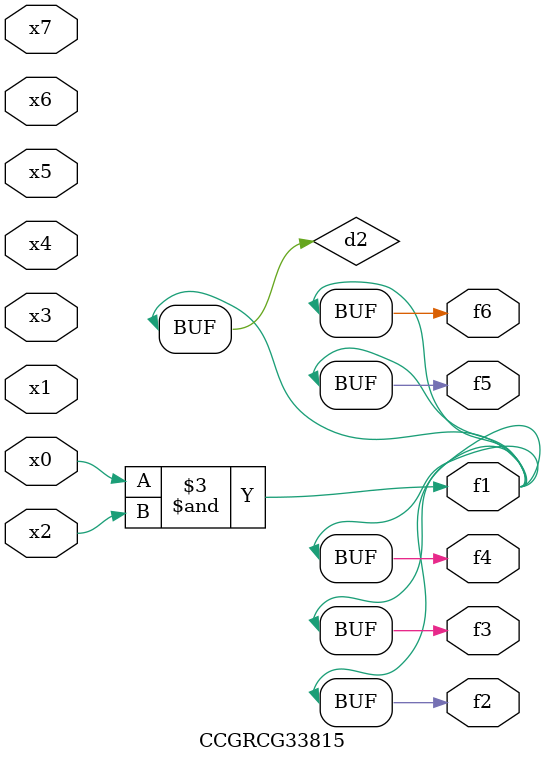
<source format=v>
module CCGRCG33815(
	input x0, x1, x2, x3, x4, x5, x6, x7,
	output f1, f2, f3, f4, f5, f6
);

	wire d1, d2;

	nor (d1, x3, x6);
	and (d2, x0, x2);
	assign f1 = d2;
	assign f2 = d2;
	assign f3 = d2;
	assign f4 = d2;
	assign f5 = d2;
	assign f6 = d2;
endmodule

</source>
